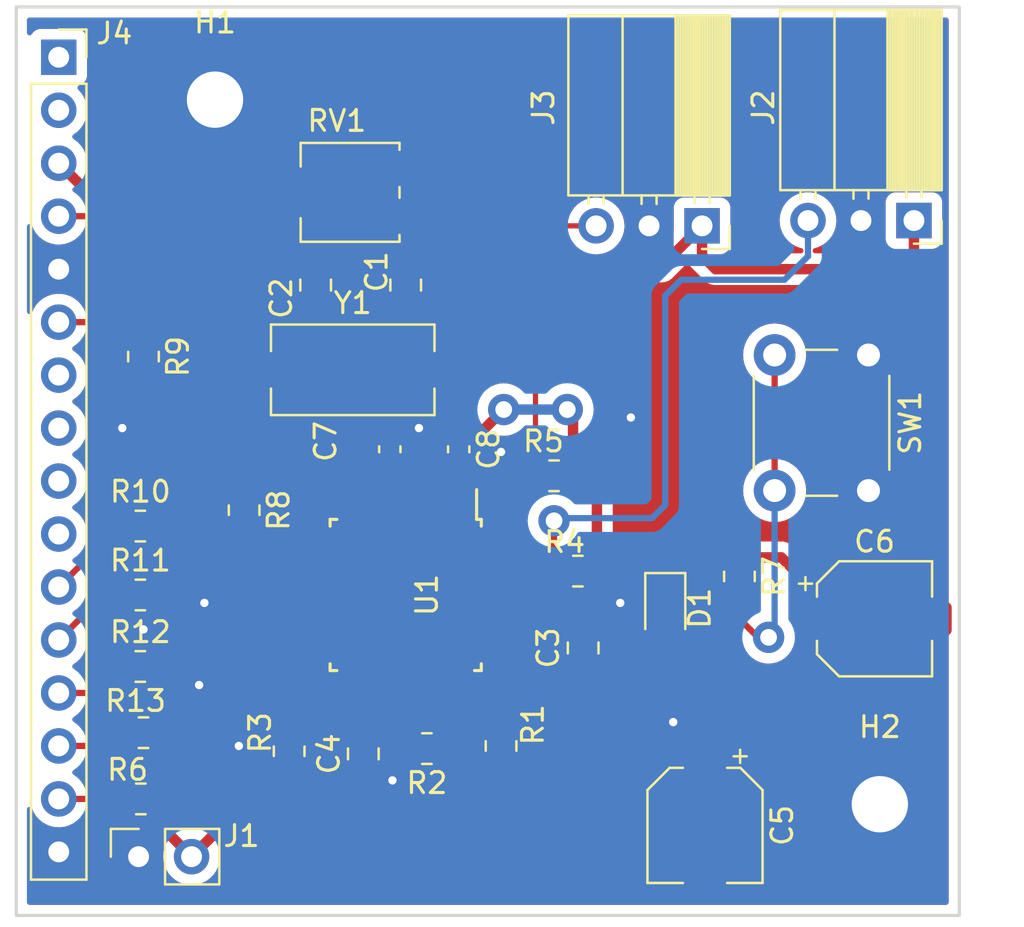
<source format=kicad_pcb>
(kicad_pcb (version 20211014) (generator pcbnew)
  (layers (0 "F.Cu" signal) (31 "B.Cu" signal) (34 "B.Paste" user) (35 "F.Paste" user) (36 "B.SilkS" user "B.Silkscreen") (37 "F.SilkS" user "F.Silkscreen") (38 "B.Mask" user) (39 "F.Mask" user) (44 "Edge.Cuts" user))
  (net 0 "")
  (net 1 "Vss")
  (net 2 "Net-(C1-Pad2)")
  (net 3 "Net-(C2-Pad2)")
  (net 4 "Net-(C4-Pad1)")
  (net 5 "VCC")
  (net 6 "Temp")
  (net 7 "Hall1")
  (net 8 "V0")
  (net 9 "GND")
  (net 10 "RESET")
  (net 15 "Vdd")
  (net 16 "Net-(J4-Pad4)")
  (net 17 "Net-(J4-Pad6)")
  (net 18 "Net-(J4-Pad11)")
  (net 19 "Net-(J4-Pad15)")
  (net 20 "ADC6")
  (net 26 "Net-(J4-Pad12)")
  (net 27 "Net-(J4-Pad13)")
  (net 28 "Net-(J4-Pad14)")
  (net 29 "/PB0")
  (net 30 "/PB1")
  (net 31 "/PB2")
  (net 40 "/PB3")
  (net 42 "/PB4")
  (net 43 "/PB5")
  (footprint "Capacitor_SMD:C_0805_2012Metric" (layer "F.Cu") (at 127.254 37.338 -90)
    (fp_text reference "C1" (at -0.635 1.397 90) (layer "F.SilkS"))
    (fp_text value "22pF")
    (fp_line (start -0.261252 0.735) (end 0.261252 0.735) (layer "F.SilkS") (width 0.12))
    (fp_line (start -0.261252 -0.735) (end 0.261252 -0.735) (layer "F.SilkS") (width 0.12))
    (pad "1" smd roundrect (at -0.95 0 270) (size 1 1.45) (layers "F.Cu" "F.Paste" "F.Mask") (net 9 "GND"))
    (pad "2" smd roundrect (at 0.95 0 270) (size 1 1.45) (layers "F.Cu" "F.Paste" "F.Mask") (net 2 "Net-(C1-Pad2)"))
  )
  (footprint "Resistor_SMD:R_0805_2012Metric" (layer "F.Cu") (at 128.27 59.563 180)
    (fp_text reference "R2" (at 0 -1.65) (layer "F.SilkS"))
    (fp_text value "11k")
    (fp_line (start -0.227064 -0.735) (end 0.227064 -0.735) (layer "F.SilkS") (width 0.12))
    (fp_line (start -0.227064 0.735) (end 0.227064 0.735) (layer "F.SilkS") (width 0.12))
    (pad "1" smd roundrect (at -0.9125 0 180) (size 1.025 1.4) (layers "F.Cu" "F.Paste" "F.Mask") (roundrect_rratio 0.243902439) (net 20 "ADC6"))
    (pad "2" smd roundrect (at 0.9125 0 180) (size 1.025 1.4) (layers "F.Cu" "F.Paste" "F.Mask") (roundrect_rratio 0.243902439) (net 9 "GND"))
  )
  (footprint "Button_Switch_THT:SW_PUSH_6mm" (layer "F.Cu") (at 149.443 40.692 -90)
    (fp_text reference "SW1" (at 3.25 -2 90) (layer "F.SilkS"))
    (fp_text value "SW_Push")
    (fp_line (start -0.25 1.5) (end -0.25 3) (layer "F.SilkS") (width 0.12))
    (fp_line (start 5.5 -1) (end 1 -1) (layer "F.SilkS") (width 0.12))
    (fp_line (start 1 5.5) (end 5.5 5.5) (layer "F.SilkS") (width 0.12))
    (fp_line (start 6.75 3) (end 6.75 1.5) (layer "F.SilkS") (width 0.12))
    (pad "1" thru_hole circle (at 6.5 0) (size 2 2) (drill 1.1) (layers *.Cu *.Mask) (net 9 "GND"))
    (pad "1" thru_hole circle (at 0 0) (size 2 2) (drill 1.1) (layers *.Cu *.Mask) (net 9 "GND"))
    (pad "2" thru_hole circle (at 0 4.5) (size 2 2) (drill 1.1) (layers *.Cu *.Mask) (net 10 "RESET"))
    (pad "2" thru_hole circle (at 6.5 4.5) (size 2 2) (drill 1.1) (layers *.Cu *.Mask) (net 10 "RESET"))
  )
  (footprint "Resistor_SMD:R_0805_2012Metric" (layer "F.Cu") (at 121.666 59.69 90)
    (fp_text reference "R3" (at 0.889 -1.397 90) (layer "F.SilkS"))
    (fp_text value "10k")
    (fp_line (start -0.227064 -0.735) (end 0.227064 -0.735) (layer "F.SilkS") (width 0.12))
    (fp_line (start -0.227064 0.735) (end 0.227064 0.735) (layer "F.SilkS") (width 0.12))
    (pad "1" smd roundrect (at -0.9125 0 90) (size 1.025 1.4) (layers "F.Cu" "F.Paste" "F.Mask") (roundrect_rratio 0.243902439) (net 5 "VCC"))
    (pad "2" smd roundrect (at 0.9125 0 90) (size 1.025 1.4) (layers "F.Cu" "F.Paste" "F.Mask") (roundrect_rratio 0.243902439) (net 4 "Net-(C4-Pad1)"))
  )
  (footprint "MountingHole:MountingHole_2.7mm_M2.5_Pad" (layer "F.Cu") (at 118.11 28.448)
    (fp_text reference "H1" (at 0 -3.7) (layer "F.SilkS"))
    (fp_text value "MountingHole_Pad")
    (pad "1" thru_hole circle (at 0 0) (size 5.4 5.4) (drill 2.7) (layers *.Cu *.Mask) (net 9 "GND"))
  )
  (footprint "Capacitor_SMD:C_0603_1608Metric" (layer "F.Cu") (at 129.794 45.212 -90)
    (fp_text reference "C8" (at 0 -1.43 90) (layer "F.SilkS"))
    (fp_text value "10nF")
    (fp_line (start -0.14058 -0.51) (end 0.14058 -0.51) (layer "F.SilkS") (width 0.12))
    (fp_line (start -0.14058 0.51) (end 0.14058 0.51) (layer "F.SilkS") (width 0.12))
    (pad "1" smd roundrect (at -0.775 0 270) (size 0.9 0.95) (layers "F.Cu" "F.Paste" "F.Mask") (net 5 "VCC"))
    (pad "2" smd roundrect (at 0.775 0 270) (size 0.9 0.95) (layers "F.Cu" "F.Paste" "F.Mask") (net 9 "GND"))
  )
  (footprint "Resistor_SMD:R_0805_2012Metric" (layer "F.Cu") (at 114.681 40.767 -90)
    (fp_text reference "R9" (at 0 -1.65 90) (layer "F.SilkS"))
    (fp_text value "0")
    (fp_line (start -0.227064 0.735) (end 0.227064 0.735) (layer "F.SilkS") (width 0.12))
    (fp_line (start -0.227064 -0.735) (end 0.227064 -0.735) (layer "F.SilkS") (width 0.12))
    (pad "1" smd roundrect (at -0.9125 0 270) (size 1.025 1.4) (layers "F.Cu" "F.Paste" "F.Mask") (roundrect_rratio 0.243902439) (net 17 "Net-(J4-Pad6)"))
    (pad "2" smd roundrect (at 0.9125 0 270) (size 1.025 1.4) (layers "F.Cu" "F.Paste" "F.Mask") (roundrect_rratio 0.243902439) (net 30 "/PB1"))
  )
  (footprint "Resistor_SMD:R_0805_2012Metric" (layer "F.Cu") (at 134.366 46.482 180)
    (fp_text reference "R5" (at 0.508 1.651) (layer "F.SilkS"))
    (fp_text value "10k")
    (fp_line (start -0.227064 -0.735) (end 0.227064 -0.735) (layer "F.SilkS") (width 0.12))
    (fp_line (start -0.227064 0.735) (end 0.227064 0.735) (layer "F.SilkS") (width 0.12))
    (pad "1" smd roundrect (at -0.9125 0 180) (size 1.025 1.4) (layers "F.Cu" "F.Paste" "F.Mask") (roundrect_rratio 0.243902439) (net 5 "VCC"))
    (pad "2" smd roundrect (at 0.9125 0 180) (size 1.025 1.4) (layers "F.Cu" "F.Paste" "F.Mask") (roundrect_rratio 0.243902439) (net 7 "Hall1"))
  )
  (footprint "Capacitor_SMD:C_0805_2012Metric" (layer "F.Cu") (at 135.763 54.737 90)
    (fp_text reference "C3" (at 0 -1.68 90) (layer "F.SilkS"))
    (fp_text value "100nF")
    (fp_line (start -0.261252 -0.735) (end 0.261252 -0.735) (layer "F.SilkS") (width 0.12))
    (fp_line (start -0.261252 0.735) (end 0.261252 0.735) (layer "F.SilkS") (width 0.12))
    (pad "1" smd roundrect (at -0.95 0 90) (size 1 1.45) (layers "F.Cu" "F.Paste" "F.Mask") (net 9 "GND"))
    (pad "2" smd roundrect (at 0.95 0 90) (size 1 1.45) (layers "F.Cu" "F.Paste" "F.Mask") (net 10 "RESET"))
  )
  (footprint "Resistor_SMD:R_0805_2012Metric" (layer "F.Cu") (at 135.509 51.054 180)
    (fp_text reference "R4" (at 0.635 1.397) (layer "F.SilkS"))
    (fp_text value "4.7k")
    (fp_line (start -0.227064 -0.735) (end 0.227064 -0.735) (layer "F.SilkS") (width 0.12))
    (fp_line (start -0.227064 0.735) (end 0.227064 0.735) (layer "F.SilkS") (width 0.12))
    (pad "1" smd roundrect (at -0.9125 0 180) (size 1.025 1.4) (layers "F.Cu" "F.Paste" "F.Mask") (roundrect_rratio 0.243902439) (net 5 "VCC"))
    (pad "2" smd roundrect (at 0.9125 0 180) (size 1.025 1.4) (layers "F.Cu" "F.Paste" "F.Mask") (roundrect_rratio 0.243902439) (net 6 "Temp"))
  )
  (footprint "Resistor_SMD:R_0805_2012Metric" (layer "F.Cu") (at 119.507 48.133 -90)
    (fp_text reference "R8" (at 0 -1.65 90) (layer "F.SilkS"))
    (fp_text value "0")
    (fp_line (start -0.227064 -0.735) (end 0.227064 -0.735) (layer "F.SilkS") (width 0.12))
    (fp_line (start -0.227064 0.735) (end 0.227064 0.735) (layer "F.SilkS") (width 0.12))
    (pad "1" smd roundrect (at -0.9125 0 270) (size 1.025 1.4) (layers "F.Cu" "F.Paste" "F.Mask") (roundrect_rratio 0.243902439) (net 16 "Net-(J4-Pad4)"))
    (pad "2" smd roundrect (at 0.9125 0 270) (size 1.025 1.4) (layers "F.Cu" "F.Paste" "F.Mask") (roundrect_rratio 0.243902439) (net 29 "/PB0"))
  )
  (footprint "Capacitor_SMD:C_0805_2012Metric" (layer "F.Cu") (at 125.222 59.817 -90)
    (fp_text reference "C4" (at 0 1.651 90) (layer "F.SilkS"))
    (fp_text value "100nF")
    (fp_line (start -0.261252 -0.735) (end 0.261252 -0.735) (layer "F.SilkS") (width 0.12))
    (fp_line (start -0.261252 0.735) (end 0.261252 0.735) (layer "F.SilkS") (width 0.12))
    (pad "1" smd roundrect (at -0.95 0 270) (size 1 1.45) (layers "F.Cu" "F.Paste" "F.Mask") (net 4 "Net-(C4-Pad1)"))
    (pad "2" smd roundrect (at 0.95 0 270) (size 1 1.45) (layers "F.Cu" "F.Paste" "F.Mask") (net 9 "GND"))
  )
  (footprint "Connector_PinSocket_2.54mm:PinSocket_1x02_P2.54mm_Vertical" (layer "F.Cu") (at 114.447 64.745 90)
    (fp_text reference "J1" (at 0.991 4.933 180) (layer "F.SilkS"))
    (fp_text value "VBuck")
    (fp_line (start 0 -1.33) (end 1.33 -1.33) (layer "F.SilkS") (width 0.12))
    (fp_line (start -1.33 1.27) (end -1.33 3.87) (layer "F.SilkS") (width 0.12))
    (fp_line (start 1.33 1.27) (end 1.33 3.87) (layer "F.SilkS") (width 0.12))
    (fp_line (start 1.33 -1.33) (end 1.33 0) (layer "F.SilkS") (width 0.12))
    (fp_line (start -1.33 1.27) (end 1.33 1.27) (layer "F.SilkS") (width 0.12))
    (fp_line (start -1.33 3.87) (end 1.33 3.87) (layer "F.SilkS") (width 0.12))
    (pad "1" thru_hole rect (at 0 0 90) (size 1.7 1.7) (drill 1) (layers *.Cu *.Mask) (net 9 "GND"))
    (pad "2" thru_hole oval (at 0 2.54 90) (size 1.7 1.7) (drill 1) (layers *.Cu *.Mask) (net 5 "VCC"))
  )
  (footprint "Resistor_SMD:R_0805_2012Metric" (layer "F.Cu") (at 143.256 51.308 -90)
    (fp_text reference "R7" (at 0 -1.65 90) (layer "F.SilkS"))
    (fp_text value "10k")
    (fp_line (start -0.227064 -0.735) (end 0.227064 -0.735) (layer "F.SilkS") (width 0.12))
    (fp_line (start -0.227064 0.735) (end 0.227064 0.735) (layer "F.SilkS") (width 0.12))
    (pad "1" smd roundrect (at -0.9125 0 270) (size 1.025 1.4) (layers "F.Cu" "F.Paste" "F.Mask") (roundrect_rratio 0.243902439) (net 5 "VCC"))
    (pad "2" smd roundrect (at 0.9125 0 270) (size 1.025 1.4) (layers "F.Cu" "F.Paste" "F.Mask") (roundrect_rratio 0.243902439) (net 10 "RESET"))
  )
  (footprint "Resistor_SMD:R_0805_2012Metric" (layer "F.Cu") (at 114.554 61.976 180)
    (fp_text reference "R6" (at 0.635 1.397) (layer "F.SilkS"))
    (fp_text value "0")
    (fp_line (start -0.227064 0.735) (end 0.227064 0.735) (layer "F.SilkS") (width 0.12))
    (fp_line (start -0.227064 -0.735) (end 0.227064 -0.735) (layer "F.SilkS") (width 0.12))
    (pad "1" smd roundrect (at -0.9125 0 180) (size 1.025 1.4) (layers "F.Cu" "F.Paste" "F.Mask") (roundrect_rratio 0.243902439) (net 5 "VCC"))
    (pad "2" smd roundrect (at 0.9125 0 180) (size 1.025 1.4) (layers "F.Cu" "F.Paste" "F.Mask") (roundrect_rratio 0.243902439) (net 19 "Net-(J4-Pad15)"))
  )
  (footprint "Capacitor_SMD:CP_Elec_5x5.8" (layer "F.Cu") (at 141.605 63.246 -90)
    (fp_text reference "C5" (at 0 -3.7 90) (layer "F.SilkS"))
    (fp_text value "100µF")
    (fp_line (start -3.625 -1.685) (end -3 -1.685) (layer "F.SilkS") (width 0.12))
    (fp_line (start -1.695563 2.76) (end 2.76 2.76) (layer "F.SilkS") (width 0.12))
    (fp_line (start -2.76 -1.695563) (end -2.76 -1.06) (layer "F.SilkS") (width 0.12))
    (fp_line (start -2.76 1.695563) (end -2.76 1.06) (layer "F.SilkS") (width 0.12))
    (fp_line (start 2.76 2.76) (end 2.76 1.06) (layer "F.SilkS") (width 0.12))
    (fp_line (start -1.695563 -2.76) (end 2.76 -2.76) (layer "F.SilkS") (width 0.12))
    (fp_line (start -2.76 -1.695563) (end -1.695563 -2.76) (layer "F.SilkS") (width 0.12))
    (fp_line (start -2.76 1.695563) (end -1.695563 2.76) (layer "F.SilkS") (width 0.12))
    (fp_line (start 2.76 -2.76) (end 2.76 -1.06) (layer "F.SilkS") (width 0.12))
    (fp_line (start -3.3125 -1.9975) (end -3.3125 -1.3725) (layer "F.SilkS") (width 0.12))
    (pad "1" smd roundrect (at -2.2 0 270) (size 3 1.6) (layers "F.Cu" "F.Paste" "F.Mask") (roundrect_rratio 0.15625) (net 5 "VCC"))
    (pad "2" smd roundrect (at 2.2 0 270) (size 3 1.6) (layers "F.Cu" "F.Paste" "F.Mask") (roundrect_rratio 0.15625) (net 9 "GND"))
  )
  (footprint "Resistor_SMD:R_0805_2012Metric" (layer "F.Cu") (at 114.5305 55.626)
    (fp_text reference "R12" (at 0 -1.65) (layer "F.SilkS"))
    (fp_text value "0")
    (fp_line (start -0.227064 0.735) (end 0.227064 0.735) (layer "F.SilkS") (width 0.12))
    (fp_line (start -0.227064 -0.735) (end 0.227064 -0.735) (layer "F.SilkS") (width 0.12))
    (pad "1" smd roundrect (at -0.9125 0) (size 1.025 1.4) (layers "F.Cu" "F.Paste" "F.Mask") (roundrect_rratio 0.243902439) (net 27 "Net-(J4-Pad13)"))
    (pad "2" smd roundrect (at 0.9125 0) (size 1.025 1.4) (layers "F.Cu" "F.Paste" "F.Mask") (roundrect_rratio 0.243902439) (net 42 "/PB4"))
  )
  (footprint "Diode_SMD:D_0805_2012Metric" (layer "F.Cu") (at 139.7 52.832 -90)
    (fp_text reference "D1" (at 0 -1.65 90) (layer "F.SilkS"))
    (fp_text value "D")
    (fp_line (start -1.685 0.96) (end 1 0.96) (layer "F.SilkS") (width 0.12))
    (fp_line (start -1.685 -0.96) (end -1.685 0.96) (layer "F.SilkS") (width 0.12))
    (fp_line (start 1 -0.96) (end -1.685 -0.96) (layer "F.SilkS") (width 0.12))
    (pad "1" smd roundrect (at -0.9375 0 270) (size 0.975 1.4) (layers "F.Cu" "F.Paste" "F.Mask") (net 5 "VCC"))
    (pad "2" smd roundrect (at 0.9375 0 270) (size 0.975 1.4) (layers "F.Cu" "F.Paste" "F.Mask") (net 10 "RESET"))
  )
  (footprint "Crystal:Crystal_SMD_ECS_CSM3X-2Pin_7.6x4.1mm" (layer "F.Cu") (at 124.714 41.402)
    (fp_text reference "Y1" (at 0 -3.2) (layer "F.SilkS"))
    (fp_text value "16MHz")
    (fp_line (start -3.92 -2.17) (end -3.92 -0.9) (layer "F.SilkS") (width 0.12))
    (fp_line (start -3.92 2.17) (end 3.92 2.17) (layer "F.SilkS") (width 0.12))
    (fp_line (start 3.92 -2.17) (end 3.92 -0.9) (layer "F.SilkS") (width 0.12))
    (fp_line (start -3.92 -2.17) (end 3.92 -2.17) (layer "F.SilkS") (width 0.12))
    (fp_line (start 3.92 2.17) (end 3.92 0.9) (layer "F.SilkS") (width 0.12))
    (fp_line (start -3.92 2.17) (end -3.92 0.9) (layer "F.SilkS") (width 0.12))
    (pad "1" smd rect (at -2.75 0) (size 3.5 1.2) (layers "F.Cu" "F.Paste" "F.Mask") (net 3 "Net-(C2-Pad2)"))
    (pad "2" smd rect (at 2.75 0) (size 3.5 1.2) (layers "F.Cu" "F.Paste" "F.Mask") (net 2 "Net-(C1-Pad2)"))
  )
  (footprint "Resistor_SMD:R_0805_2012Metric" (layer "F.Cu") (at 131.826 59.436 90)
    (fp_text reference "R1" (at 1.016 1.524 90) (layer "F.SilkS"))
    (fp_text value "99k")
    (fp_line (start -0.227064 0.735) (end 0.227064 0.735) (layer "F.SilkS") (width 0.12))
    (fp_line (start -0.227064 -0.735) (end 0.227064 -0.735) (layer "F.SilkS") (width 0.12))
    (pad "1" smd roundrect (at -0.9125 0 90) (size 1.025 1.4) (layers "F.Cu" "F.Paste" "F.Mask") (roundrect_rratio 0.243902439) (net 5 "VCC"))
    (pad "2" smd roundrect (at 0.9125 0 90) (size 1.025 1.4) (layers "F.Cu" "F.Paste" "F.Mask") (roundrect_rratio 0.243902439) (net 20 "ADC6"))
  )
  (footprint "Resistor_SMD:R_0805_2012Metric" (layer "F.Cu") (at 114.681 58.801 180)
    (fp_text reference "R13" (at 0.381 1.524) (layer "F.SilkS"))
    (fp_text value "0")
    (fp_line (start -0.227064 -0.735) (end 0.227064 -0.735) (layer "F.SilkS") (width 0.12))
    (fp_line (start -0.227064 0.735) (end 0.227064 0.735) (layer "F.SilkS") (width 0.12))
    (pad "1" smd roundrect (at -0.9125 0 180) (size 1.025 1.4) (layers "F.Cu" "F.Paste" "F.Mask") (roundrect_rratio 0.243902439) (net 43 "/PB5"))
    (pad "2" smd roundrect (at 0.9125 0 180) (size 1.025 1.4) (layers "F.Cu" "F.Paste" "F.Mask") (roundrect_rratio 0.243902439) (net 28 "Net-(J4-Pad14)"))
  )
  (footprint "Potentiometer_SMD:Potentiometer_Bourns_3314G_Vertical" (layer "F.Cu") (at 124.587 32.893 -90)
    (fp_text reference "RV1" (at -3.429 0.635 180) (layer "F.SilkS"))
    (fp_text value "Poti")
    (fp_line (start -2.37 -2.37) (end -2.039 -2.37) (layer "F.SilkS") (width 0.12))
    (fp_line (start 1.24 2.37) (end 2.37 2.37) (layer "F.SilkS") (width 0.12))
    (fp_line (start 2.04 -2.37) (end 2.37 -2.37) (layer "F.SilkS") (width 0.12))
    (fp_line (start 2.37 -2.37) (end 2.37 2.37) (layer "F.SilkS") (width 0.12))
    (fp_line (start -0.259 -2.37) (end 0.26 -2.37) (layer "F.SilkS") (width 0.12))
    (fp_line (start -2.37 2.37) (end -1.24 2.37) (layer "F.SilkS") (width 0.12))
    (fp_line (start -2.37 -2.37) (end -2.37 2.37) (layer "F.SilkS") (width 0.12))
    (pad "1" smd rect (at 1.15 -2.75 270) (size 1.3 1.3) (layers "F.Cu" "F.Paste" "F.Mask") (net 9 "GND"))
    (pad "2" smd rect (at 0 2.75 270) (size 2 1.3) (layers "F.Cu" "F.Paste" "F.Mask") (net 8 "V0"))
    (pad "3" smd rect (at -1.15 -2.75 270) (size 1.3 1.3) (layers "F.Cu" "F.Paste" "F.Mask") (net 5 "VCC"))
  )
  (footprint "Connector_PinSocket_2.54mm:PinSocket_1x03_P2.54mm_Horizontal" (layer "F.Cu") (at 151.623 34.245 -90)
    (fp_text reference "J2" (at -5.416 7.224 90) (layer "F.SilkS"))
    (fp_text value "Temp")
    (fp_line (start -1.46 2.9) (end -1.05 2.9) (layer "F.SilkS") (width 0.12))
    (fp_line (start -10.09 -0.73762) (end -1.46 -0.73762) (layer "F.SilkS") (width 0.12))
    (fp_line (start -10.09 1.1519) (end -1.46 1.1519) (layer "F.SilkS") (width 0.12))
    (fp_line (start -10.09 0.20714) (end -1.46 0.20714) (layer "F.SilkS") (width 0.12))
    (fp_line (start -10.09 -0.147145) (end -1.46 -0.147145) (layer "F.SilkS") (width 0.12))
    (fp_line (start -10.09 -0.619525) (end -1.46 -0.619525) (layer "F.SilkS") (width 0.12))
    (fp_line (start -1.46 2.18) (end -1.05 2.18) (layer "F.SilkS") (width 0.12))
    (fp_line (start -10.09 0.325235) (end -1.46 0.325235) (layer "F.SilkS") (width 0.12))
    (fp_line (start -10.09 0.089045) (end -1.46 0.089045) (layer "F.SilkS") (width 0.12))
    (fp_line (start -10.09 -0.97381) (end -1.46 -0.97381) (layer "F.SilkS") (width 0.12))
    (fp_line (start -10.09 1.27) (end -1.46 1.27) (layer "F.SilkS") (width 0.12))
    (fp_line (start -10.09 -0.26524) (end -1.46 -0.26524) (layer "F.SilkS") (width 0.12))
    (fp_line (start -10.09 -1.21) (end -1.46 -1.21) (layer "F.SilkS") (width 0.12))
    (fp_line (start -10.09 -1.33) (end -10.09 6.41) (layer "F.SilkS") (width 0.12))
    (fp_line (start -10.09 0.91571) (end -1.46 0.91571) (layer "F.SilkS") (width 0.12))
    (fp_line (start -10.09 -1.091905) (end -1.46 -1.091905) (layer "F.SilkS") (width 0.12))
    (fp_line (start -10.09 6.41) (end -1.46 6.41) (layer "F.SilkS") (width 0.12))
    (fp_line (start -10.09 0.797615) (end -1.46 0.797615) (layer "F.SilkS") (width 0.12))
    (fp_line (start -10.09 0.561425) (end -1.46 0.561425) (layer "F.SilkS") (width 0.12))
    (fp_line (start -10.09 3.81) (end -1.46 3.81) (layer "F.SilkS") (width 0.12))
    (fp_line (start -1.46 5.44) (end -1.05 5.44) (layer "F.SilkS") (width 0.12))
    (fp_line (start -1.46 -0.36) (end -1.11 -0.36) (layer "F.SilkS") (width 0.12))
    (fp_line (start -1.46 0.36) (end -1.11 0.36) (layer "F.SilkS") (width 0.12))
    (fp_line (start -10.09 -1.33) (end -1.46 -1.33) (layer "F.SilkS") (width 0.12))
    (fp_line (start -10.09 1.033805) (end -1.46 1.033805) (layer "F.SilkS") (width 0.12))
    (fp_line (start -1.46 -1.33) (end -1.46 6.41) (layer "F.SilkS") (width 0.12))
    (fp_line (start -1.46 4.72) (end -1.05 4.72) (layer "F.SilkS") (width 0.12))
    (fp_line (start -10.09 -0.02905) (end -1.46 -0.02905) (layer "F.SilkS") (width 0.12))
    (fp_line (start 1.11 -1.33) (end 1.11 0) (layer "F.SilkS") (width 0.12))
    (fp_line (start -10.09 0.67952) (end -1.46 0.67952) (layer "F.SilkS") (width 0.12))
    (fp_line (start -10.09 -0.50143) (end -1.46 -0.50143) (layer "F.SilkS") (width 0.12))
    (fp_line (start -10.09 -0.855715) (end -1.46 -0.855715) (layer "F.SilkS") (width 0.12))
    (fp_line (start 0 -1.33) (end 1.11 -1.33) (layer "F.SilkS") (width 0.12))
    (fp_line (start -10.09 -0.383335) (end -1.46 -0.383335) (layer "F.SilkS") (width 0.12))
    (fp_line (start -10.09 0.44333) (end -1.46 0.44333) (layer "F.SilkS") (width 0.12))
    (pad "1" thru_hole rect (at 0 0 270) (size 1.7 1.7) (drill 1) (layers *.Cu *.Mask) (net 5 "VCC"))
    (pad "2" thru_hole oval (at 0 2.54 270) (size 1.7 1.7) (drill 1) (layers *.Cu *.Mask) (net 9 "GND"))
    (pad "3" thru_hole oval (at 0 5.08 270) (size 1.7 1.7) (drill 1) (layers *.Cu *.Mask) (net 6 "Temp"))
  )
  (footprint "Capacitor_SMD:C_0805_2012Metric" (layer "F.Cu") (at 122.936 37.338 -90)
    (fp_text reference "C2" (at 0.635 1.651 90) (layer "F.SilkS"))
    (fp_text value "22pF")
    (fp_line (start -0.261252 -0.735) (end 0.261252 -0.735) (layer "F.SilkS") (width 0.12))
    (fp_line (start -0.261252 0.735) (end 0.261252 0.735) (layer "F.SilkS") (width 0.12))
    (pad "1" smd roundrect (at -0.95 0 270) (size 1 1.45) (layers "F.Cu" "F.Paste" "F.Mask") (net 9 "GND"))
    (pad "2" smd roundrect (at 0.95 0 270) (size 1 1.45) (layers "F.Cu" "F.Paste" "F.Mask") (net 3 "Net-(C2-Pad2)"))
  )
  (footprint "Resistor_SMD:R_0805_2012Metric" (layer "F.Cu") (at 114.5305 52.197)
    (fp_text reference "R11" (at 0 -1.65) (layer "F.SilkS"))
    (fp_text value "0")
    (fp_line (start -0.227064 -0.735) (end 0.227064 -0.735) (layer "F.SilkS") (width 0.12))
    (fp_line (start -0.227064 0.735) (end 0.227064 0.735) (layer "F.SilkS") (width 0.12))
    (pad "1" smd roundrect (at -0.9125 0) (size 1.025 1.4) (layers "F.Cu" "F.Paste" "F.Mask") (roundrect_rratio 0.243902439) (net 26 "Net-(J4-Pad12)"))
    (pad "2" smd roundrect (at 0.9125 0) (size 1.025 1.4) (layers "F.Cu" "F.Paste" "F.Mask") (roundrect_rratio 0.243902439) (net 40 "/PB3"))
  )
  (footprint "Capacitor_SMD:CP_Elec_5x5.8" (layer "F.Cu") (at 149.733 53.34)
    (fp_text reference "C6" (at 0 -3.7) (layer "F.SilkS"))
    (fp_text value "100µF")
    (fp_line (start -2.76 1.695563) (end -1.695563 2.76) (layer "F.SilkS") (width 0.12))
    (fp_line (start -2.76 -1.695563) (end -2.76 -1.06) (layer "F.SilkS") (width 0.12))
    (fp_line (start -1.695563 -2.76) (end 2.76 -2.76) (layer "F.SilkS") (width 0.12))
    (fp_line (start -2.76 1.695563) (end -2.76 1.06) (layer "F.SilkS") (width 0.12))
    (fp_line (start -3.625 -1.685) (end -3 -1.685) (layer "F.SilkS") (width 0.12))
    (fp_line (start -1.695563 2.76) (end 2.76 2.76) (layer "F.SilkS") (width 0.12))
    (fp_line (start 2.76 -2.76) (end 2.76 -1.06) (layer "F.SilkS") (width 0.12))
    (fp_line (start -2.76 -1.695563) (end -1.695563 -2.76) (layer "F.SilkS") (width 0.12))
    (fp_line (start 2.76 2.76) (end 2.76 1.06) (layer "F.SilkS") (width 0.12))
    (fp_line (start -3.3125 -1.9975) (end -3.3125 -1.3725) (layer "F.SilkS") (width 0.12))
    (pad "1" smd roundrect (at -2.2 0) (size 3 1.6) (layers "F.Cu" "F.Paste" "F.Mask") (roundrect_rratio 0.15625) (net 5 "VCC"))
    (pad "2" smd roundrect (at 2.2 0) (size 3 1.6) (layers "F.Cu" "F.Paste" "F.Mask") (roundrect_rratio 0.15625) (net 9 "GND"))
  )
  (footprint "MountingHole:MountingHole_2.7mm_M2.5_Pad" (layer "F.Cu") (at 149.987 62.23)
    (fp_text reference "H2" (at 0 -3.7) (layer "F.SilkS"))
    (fp_text value "MountingHole_Pad")
    (pad "1" thru_hole circle (at 0 0) (size 5.4 5.4) (drill 2.7) (layers *.Cu *.Mask) (net 9 "GND"))
  )
  (footprint "Connector_PinSocket_2.54mm:PinSocket_1x16_P2.54mm_Vertical" (layer "F.Cu") (at 110.617 26.416)
    (fp_text reference "J4" (at 2.667 -1.143) (layer "F.SilkS"))
    (fp_text value "Display")
    (fp_line (start -1.33 39.43) (end 1.33 39.43) (layer "F.SilkS") (width 0.12))
    (fp_line (start -1.33 1.27) (end -1.33 39.43) (layer "F.SilkS") (width 0.12))
    (fp_line (start -1.33 1.27) (end 1.33 1.27) (layer "F.SilkS") (width 0.12))
    (fp_line (start 1.33 -1.33) (end 1.33 0) (layer "F.SilkS") (width 0.12))
    (fp_line (start 0 -1.33) (end 1.33 -1.33) (layer "F.SilkS") (width 0.12))
    (fp_line (start 1.33 1.27) (end 1.33 39.43) (layer "F.SilkS") (width 0.12))
    (pad "1" thru_hole rect (at 0 0) (size 1.7 1.7) (drill 1) (layers *.Cu *.Mask) (net 1 "Vss"))
    (pad "2" thru_hole oval (at 0 2.54) (size 1.7 1.7) (drill 1) (layers *.Cu *.Mask) (net 15 "Vdd"))
    (pad "3" thru_hole oval (at 0 5.08) (size 1.7 1.7) (drill 1) (layers *.Cu *.Mask) (net 8 "V0"))
    (pad "4" thru_hole oval (at 0 7.62) (size 1.7 1.7) (drill 1) (layers *.Cu *.Mask) (net 16 "Net-(J4-Pad4)"))
    (pad "5" thru_hole oval (at 0 10.16) (size 1.7 1.7) (drill 1) (layers *.Cu *.Mask) (net 9 "GND"))
    (pad "6" thru_hole oval (at 0 12.7) (size 1.7 1.7) (drill 1) (layers *.Cu *.Mask) (net 17 "Net-(J4-Pad6)"))
    (pad "7" thru_hole oval (at 0 15.24) (size 1.7 1.7) (drill 1) (layers *.Cu *.Mask))
    (pad "8" thru_hole oval (at 0 17.78) (size 1.7 1.7) (drill 1) (layers *.Cu *.Mask))
    (pad "9" thru_hole oval (at 0 20.32) (size 1.7 1.7) (drill 1) (layers *.Cu *.Mask))
    (pad "10" thru_hole oval (at 0 22.86) (size 1.7 1.7) (drill 1) (layers *.Cu *.Mask))
    (pad "11" thru_hole oval (at 0 25.4) (size 1.7 1.7) (drill 1) (layers *.Cu *.Mask) (net 18 "Net-(J4-Pad11)"))
    (pad "12" thru_hole oval (at 0 27.94) (size 1.7 1.7) (drill 1) (layers *.Cu *.Mask) (net 26 "Net-(J4-Pad12)"))
    (pad "13" thru_hole oval (at 0 30.48) (size 1.7 1.7) (drill 1) (layers *.Cu *.Mask) (net 27 "Net-(J4-Pad13)"))
    (pad "14" thru_hole oval (at 0 33.02) (size 1.7 1.7) (drill 1) (layers *.Cu *.Mask) (net 28 "Net-(J4-Pad14)"))
    (pad "15" thru_hole oval (at 0 35.56) (size 1.7 1.7) (drill 1) (layers *.Cu *.Mask) (net 19 "Net-(J4-Pad15)"))
    (pad "16" thru_hole oval (at 0 38.1) (size 1.7 1.7) (drill 1) (layers *.Cu *.Mask) (net 9 "GND"))
  )
  (footprint "Capacitor_SMD:C_0603_1608Metric" (layer "F.Cu") (at 126.492 45.212 90)
    (fp_text reference "C7" (at 0.381 -3.081 90) (layer "F.SilkS"))
    (fp_text value "10nF")
    (fp_line (start -0.14058 0.51) (end 0.14058 0.51) (layer "F.SilkS") (width 0.12))
    (fp_line (start -0.14058 -0.51) (end 0.14058 -0.51) (layer "F.SilkS") (width 0.12))
    (pad "1" smd roundrect (at -0.775 0 90) (size 0.9 0.95) (layers "F.Cu" "F.Paste" "F.Mask") (net 5 "VCC"))
    (pad "2" smd roundrect (at 0.775 0 90) (size 0.9 0.95) (layers "F.Cu" "F.Paste" "F.Mask") (net 9 "GND"))
  )
  (footprint "Package_QFP:TQFP-32_7x7mm_P0.8mm" (layer "F.Cu") (at 127.254 52.197 -90)
    (fp_text reference "U1" (at 0 -1.016 90) (layer "F.SilkS"))
    (fp_text value "ATmega8-16A")
    (fp_line (start -3.625 3.625) (end -3.3 3.625) (layer "F.SilkS") (width 0.15))
    (fp_line (start -3.625 3.625) (end -3.625 3.3) (layer "F.SilkS") (width 0.15))
    (fp_line (start 3.625 -3.625) (end 3.3 -3.625) (layer "F.SilkS") (width 0.15))
    (fp_line (start 3.625 3.625) (end 3.625 3.3) (layer "F.SilkS") (width 0.15))
    (fp_line (start 3.625 3.625) (end 3.3 3.625) (layer "F.SilkS") (width 0.15))
    (fp_line (start -3.625 -3.4) (end -5.05 -3.4) (layer "F.SilkS") (width 0.15))
    (fp_line (start 3.625 -3.625) (end 3.625 -3.3) (layer "F.SilkS") (width 0.15))
    (fp_line (start -3.625 -3.625) (end -3.625 -3.4) (layer "F.SilkS") (width 0.15))
    (fp_line (start -3.625 -3.625) (end -3.3 -3.625) (layer "F.SilkS") (width 0.15))
    (pad "1" smd rect (at -4.25 -2.8 270) (size 1.6 0.55) (layers "F.Cu" "F.Paste" "F.Mask"))
    (pad "2" smd rect (at -4.25 -2 270) (size 1.6 0.55) (layers "F.Cu" "F.Paste" "F.Mask"))
    (pad "3" smd rect (at -4.25 -1.2 270) (size 1.6 0.55) (layers "F.Cu" "F.Paste" "F.Mask") (net 9 "GND"))
    (pad "4" smd rect (at -4.25 -0.4 270) (size 1.6 0.55) (layers "F.Cu" "F.Paste" "F.Mask") (net 5 "VCC"))
    (pad "5" smd rect (at -4.25 0.4 270) (size 1.6 0.55) (layers "F.Cu" "F.Paste" "F.Mask") (net 9 "GND"))
    (pad "6" smd rect (at -4.25 1.2 270) (size 1.6 0.55) (layers "F.Cu" "F.Paste" "F.Mask") (net 5 "VCC"))
    (pad "7" smd rect (at -4.25 2 270) (size 1.6 0.55) (layers "F.Cu" "F.Paste" "F.Mask") (net 2 "Net-(C1-Pad2)"))
    (pad "8" smd rect (at -4.25 2.8 270) (size 1.6 0.55) (layers "F.Cu" "F.Paste" "F.Mask") (net 3 "Net-(C2-Pad2)"))
    (pad "9" smd rect (at -2.8 4.25) (size 1.6 0.55) (layers "F.Cu" "F.Paste" "F.Mask"))
    (pad "10" smd rect (at -2 4.25) (size 1.6 0.55) (layers "F.Cu" "F.Paste" "F.Mask"))
    (pad "11" smd rect (at -1.2 4.25) (size 1.6 0.55) (layers "F.Cu" "F.Paste" "F.Mask"))
    (pad "12" smd rect (at -0.4 4.25) (size 1.6 0.55) (layers "F.Cu" "F.Paste" "F.Mask") (net 29 "/PB0"))
    (pad "13" smd rect (at 0.4 4.25) (size 1.6 0.55) (layers "F.Cu" "F.Paste" "F.Mask") (net 30 "/PB1"))
    (pad "14" smd rect (at 1.2 4.25) (size 1.6 0.55) (layers "F.Cu" "F.Paste" "F.Mask") (net 31 "/PB2"))
    (pad "15" smd rect (at 2 4.25) (size 1.6 0.55) (layers "F.Cu" "F.Paste" "F.Mask") (net 40 "/PB3"))
    (pad "16" smd rect (at 2.8 4.25) (size 1.6 0.55) (layers "F.Cu" "F.Paste" "F.Mask") (net 42 "/PB4"))
    (pad "17" smd rect (at 4.25 2.8 270) (size 1.6 0.55) (layers "F.Cu" "F.Paste" "F.Mask") (net 43 "/PB5"))
    (pad "18" smd rect (at 4.25 2 270) (size 1.6 0.55) (layers "F.Cu" "F.Paste" "F.Mask") (net 4 "Net-(C4-Pad1)"))
    (pad "19" smd rect (at 4.25 1.2 270) (size 1.6 0.55) (layers "F.Cu" "F.Paste" "F.Mask"))
    (pad "20" smd rect (at 4.25 0.4 270) (size 1.6 0.55) (layers "F.Cu" "F.Paste" "F.Mask"))
    (pad "21" smd rect (at 4.25 -0.4 270) (size 1.6 0.55) (layers "F.Cu" "F.Paste" "F.Mask") (net 9 "GND"))
    (pad "22" smd rect (at 4.25 -1.2 270) (size 1.6 0.55) (layers "F.Cu" "F.Paste" "F.Mask"))
    (pad "23" smd rect (at 4.25 -2 270) (size 1.6 0.55) (layers "F.Cu" "F.Paste" "F.Mask") (net 20 "ADC6"))
    (pad "24" smd rect (at 4.25 -2.8 270) (size 1.6 0.55) (layers "F.Cu" "F.Paste" "F.Mask"))
    (pad "25" smd rect (at 2.8 -4.25) (size 1.6 0.55) (layers "F.Cu" "F.Paste" "F.Mask"))
    (pad "26" smd rect (at 2 -4.25) (size 1.6 0.55) (layers "F.Cu" "F.Paste" "F.Mask"))
    (pad "27" smd rect (at 1.2 -4.25) (size 1.6 0.55) (layers "F.Cu" "F.Paste" "F.Mask"))
    (pad "28" smd rect (at 0.4 -4.25) (size 1.6 0.55) (layers "F.Cu" "F.Paste" "F.Mask"))
    (pad "29" smd rect (at -0.4 -4.25) (size 1.6 0.55) (layers "F.Cu" "F.Paste" "F.Mask") (net 10 "RESET"))
    (pad "30" smd rect (at -1.2 -4.25) (size 1.6 0.55) (layers "F.Cu" "F.Paste" "F.Mask") (net 6 "Temp"))
    (pad "31" smd rect (at -2 -4.25) (size 1.6 0.55) (layers "F.Cu" "F.Paste" "F.Mask"))
    (pad "32" smd rect (at -2.8 -4.25) (size 1.6 0.55) (layers "F.Cu" "F.Paste" "F.Mask") (net 7 "Hall1"))
  )
  (footprint "Resistor_SMD:R_0805_2012Metric" (layer "F.Cu") (at 114.5305 48.895)
    (fp_text reference "R10" (at 0 -1.65) (layer "F.SilkS"))
    (fp_text value "0")
    (fp_line (start -0.227064 0.735) (end 0.227064 0.735) (layer "F.SilkS") (width 0.12))
    (fp_line (start -0.227064 -0.735) (end 0.227064 -0.735) (layer "F.SilkS") (width 0.12))
    (pad "1" smd roundrect (at -0.9125 0) (size 1.025 1.4) (layers "F.Cu" "F.Paste" "F.Mask") (roundrect_rratio 0.243902439) (net 18 "Net-(J4-Pad11)"))
    (pad "2" smd roundrect (at 0.9125 0) (size 1.025 1.4) (layers "F.Cu" "F.Paste" "F.Mask") (roundrect_rratio 0.243902439) (net 31 "/PB2"))
  )
  (footprint "Connector_PinSocket_2.54mm:PinSocket_1x03_P2.54mm_Horizontal" (layer "F.Cu") (at 141.463 34.499 -90)
    (fp_text reference "J3" (at -5.67 7.605 90) (layer "F.SilkS"))
    (fp_text value "Hall")
    (fp_line (start -1.46 -0.36) (end -1.11 -0.36) (layer "F.SilkS") (width 0.12))
    (fp_line (start 1.11 -1.33) (end 1.11 0) (layer "F.SilkS") (width 0.12))
    (fp_line (start -10.09 3.81) (end -1.46 3.81) (layer "F.SilkS") (width 0.12))
    (fp_line (start -10.09 0.325235) (end -1.46 0.325235) (layer "F.SilkS") (width 0.12))
    (fp_line (start -1.46 2.9) (end -1.05 2.9) (layer "F.SilkS") (width 0.12))
    (fp_line (start -10.09 -0.73762) (end -1.46 -0.73762) (layer "F.SilkS") (width 0.12))
    (fp_line (start -10.09 1.033805) (end -1.46 1.033805) (layer "F.SilkS") (width 0.12))
    (fp_line (start -10.09 0.797615) (end -1.46 0.797615) (layer "F.SilkS") (width 0.12))
    (fp_line (start 0 -1.33) (end 1.11 -1.33) (layer "F.SilkS") (width 0.12))
    (fp_line (start -1.46 4.72) (end -1.05 4.72) (layer "F.SilkS") (width 0.12))
    (fp_line (start -10.09 -0.855715) (end -1.46 -0.855715) (layer "F.SilkS") (width 0.12))
    (fp_line (start -10.09 0.20714) (end -1.46 0.20714) (layer "F.SilkS") (width 0.12))
    (fp_line (start -10.09 0.44333) (end -1.46 0.44333) (layer "F.SilkS") (width 0.12))
    (fp_line (start -10.09 1.1519) (end -1.46 1.1519) (layer "F.SilkS") (width 0.12))
    (fp_line (start -10.09 6.41) (end -1.46 6.41) (layer "F.SilkS") (width 0.12))
    (fp_line (start -10.09 0.67952) (end -1.46 0.67952) (layer "F.SilkS") (width 0.12))
    (fp_line (start -10.09 -0.383335) (end -1.46 -0.383335) (layer "F.SilkS") (width 0.12))
    (fp_line (start -10.09 -0.02905) (end -1.46 -0.02905) (layer "F.SilkS") (width 0.12))
    (fp_line (start -10.09 -1.091905) (end -1.46 -1.091905) (layer "F.SilkS") (width 0.12))
    (fp_line (start -10.09 -1.33) (end -10.09 6.41) (layer "F.SilkS") (width 0.12))
    (fp_line (start -1.46 5.44) (end -1.05 5.44) (layer "F.SilkS") (width 0.12))
    (fp_line (start -10.09 -0.50143) (end -1.46 -0.50143) (layer "F.SilkS") (width 0.12))
    (fp_line (start -10.09 -0.26524) (end -1.46 -0.26524) (layer "F.SilkS") (width 0.12))
    (fp_line (start -10.09 -0.147145) (end -1.46 -0.147145) (layer "F.SilkS") (width 0.12))
    (fp_line (start -10.09 -1.21) (end -1.46 -1.21) (layer "F.SilkS") (width 0.12))
    (fp_line (start -10.09 -1.33) (end -1.46 -1.33) (layer "F.SilkS") (width 0.12))
    (fp_line (start -10.09 0.91571) (end -1.46 0.91571) (layer "F.SilkS") (width 0.12))
    (fp_line (start -10.09 0.089045) (end -1.46 0.089045) (layer "F.SilkS") (width 0.12))
    (fp_line (start -1.46 2.18) (end -1.05 2.18) (layer "F.SilkS") (width 0.12))
    (fp_line (start -10.09 -0.619525) (end -1.46 -0.619525) (layer "F.SilkS") (width 0.12))
    (fp_line (start -10.09 -0.97381) (end -1.46 -0.97381) (layer "F.SilkS") (width 0.12))
    (fp_line (start -10.09 1.27) (end -1.46 1.27) (layer "F.SilkS") (width 0.12))
    (fp_line (start -1.46 -1.33) (end -1.46 6.41) (layer "F.SilkS") (width 0.12))
    (fp_line (start -10.09 0.561425) (end -1.46 0.561425) (layer "F.SilkS") (width 0.12))
    (fp_line (start -1.46 0.36) (end -1.11 0.36) (layer "F.SilkS") (width 0.12))
    (pad "1" thru_hole rect (at 0 0 270) (size 1.7 1.7) (drill 1) (layers *.Cu *.Mask) (net 5 "VCC"))
    (pad "2" thru_hole oval (at 0 2.54 270) (size 1.7 1.7) (drill 1) (layers *.Cu *.Mask) (net 9 "GND"))
    (pad "3" thru_hole oval (at 0 5.08 270) (size 1.7 1.7) (drill 1) (layers *.Cu *.Mask) (net 7 "Hall1"))
  )
  (gr_rect (start 108.585 24.003) (end 153.797 67.564) (layer "Edge.Cuts") (width 0.15) (fill none))
  (segment (start 127.254 38.288) (end 127.464 38.498) (width 0.3) (layer "F.Cu") (net 2))
  (segment (start 125.254 47.947) (end 125.254 43.612) (width 0.3) (layer "F.Cu") (net 2))
  (segment (start 127.464 38.498) (end 127.464 41.402) (width 0.3) (layer "F.Cu") (net 2))
  (segment (start 125.254 43.612) (end 127.464 41.402) (width 0.3) (layer "F.Cu") (net 2))
  (segment (start 122.936 38.288) (end 121.964 39.26) (width 0.3) (layer "F.Cu") (net 3))
  (segment (start 121.964 39.26) (end 121.964 41.402) (width 0.3) (layer "F.Cu") (net 3))
  (segment (start 124.454 43.892) (end 121.964 41.402) (width 0.3) (layer "F.Cu") (net 3))
  (segment (start 124.454 47.947) (end 124.454 43.892) (width 0.3) (layer "F.Cu") (net 3))
  (segment (start 125.254 58.835) (end 125.222 58.867) (width 0.3) (layer "F.Cu") (net 4))
  (segment (start 125.1325 58.7775) (end 125.222 58.867) (width 0.3) (layer "F.Cu") (net 4))
  (segment (start 121.666 58.7775) (end 125.1325 58.7775) (width 0.3) (layer "F.Cu") (net 4))
  (segment (start 125.254 56.447) (end 125.254 58.835) (width 0.3) (layer "F.Cu") (net 4))
  (segment (start 135.2785 43.5845) (end 135.001 43.307) (width 0.5) (layer "F.Cu") (net 5))
  (segment (start 126.054 46.425) (end 126.492 45.987) (width 0.5) (layer "F.Cu") (net 5))
  (segment (start 136.525 45.2355) (end 136.525 37.592) (width 0.5) (layer "F.Cu") (net 5))
  (segment (start 151.623 35.702) (end 150.749 36.576) (width 0.5) (layer "F.Cu") (net 5))
  (segment (start 129.299 44.437) (end 127.381 46.355) (width 0.5) (layer "F.Cu") (net 5))
  (segment (start 135.2785 46.482) (end 135.2785 43.5845) (width 0.5) (layer "F.Cu") (net 5))
  (segment (start 136.525 37.592) (end 137.668 36.449) (width 0.5) (layer "F.Cu") (net 5))
  (segment (start 143.678 61.046) (end 147.533 57.191) (width 0.5) (layer "F.Cu") (net 5))
  (segment (start 136.4215 51.054) (end 138.8595 51.054) (width 0.5) (layer "F.Cu") (net 5))
  (segment (start 143.256 50.3955) (end 141.199 50.3955) (width 0.5) (layer "F.Cu") (net 5))
  (segment (start 130.175 44.056) (end 129.794 44.437) (width 0.5) (layer "F.Cu") (net 5))
  (segment (start 130.175 32.131) (end 130.175 44.056) (width 0.5) (layer "F.Cu") (net 5))
  (segment (start 142.113 36.576) (end 141.463 35.926) (width 0.5) (layer "F.Cu") (net 5))
  (segment (start 127.654 47.947) (end 127.654 46.628) (width 0.5) (layer "F.Cu") (net 5))
  (segment (start 131.953 43.307) (end 130.823 44.437) (width 0.5) (layer "F.Cu") (net 5))
  (segment (start 141.199 50.3955) (end 139.7 51.8945) (width 0.5) (layer "F.Cu") (net 5))
  (segment (start 121.1295 60.6025) (end 121.666 60.6025) (width 0.5) (layer "F.Cu") (net 5))
  (segment (start 137.668 36.449) (end 139.513 36.449) (width 0.5) (layer "F.Cu") (net 5))
  (segment (start 130.823 44.437) (end 129.794 44.437) (width 0.5) (layer "F.Cu") (net 5))
  (segment (start 136.4215 47.625) (end 136.4215 51.054) (width 0.5) (layer "F.Cu") (net 5))
  (segment (start 116.987 64.745) (end 121.1295 60.6025) (width 0.5) (layer "F.Cu") (net 5))
  (segment (start 131.953 62.484) (end 140.167 62.484) (width 0.5) (layer "F.Cu") (net 5))
  (segment (start 129.794 44.437) (end 129.299 44.437) (width 0.5) (layer "F.Cu") (net 5))
  (segment (start 115.4665 63.2245) (end 116.987 64.745) (width 0.5) (layer "F.Cu") (net 5))
  (segment (start 139.513 36.449) (end 141.463 34.499) (width 0.5) (layer "F.Cu") (net 5))
  (segment (start 127.654 46.628) (end 127.381 46.355) (width 0.5) (layer "F.Cu") (net 5))
  (segment (start 151.623 34.245) (end 151.623 35.702) (width 0.5) (layer "F.Cu") (net 5))
  (segment (start 121.666 60.96) (end 123.19 62.484) (width 0.5) (layer "F.Cu") (net 5))
  (segment (start 121.666 60.6025) (end 121.666 60.96) (width 0.5) (layer "F.Cu") (net 5))
  (segment (start 127.337 31.743) (end 129.787 31.743) (width 0.5) (layer "F.Cu") (net 5))
  (segment (start 145.2645 50.3955) (end 143.256 50.3955) (width 0.5) (layer "F.Cu") (net 5))
  (segment (start 138.8595 51.054) (end 139.7 51.8945) (width 0.5) (layer "F.Cu") (net 5))
  (segment (start 140.167 62.484) (end 141.605 61.046) (width 0.5) (layer "F.Cu") (net 5))
  (segment (start 127.013 45.987) (end 126.492 45.987) (width 0.5) (layer "F.Cu") (net 5))
  (segment (start 126.054 47.947) (end 126.054 46.425) (width 0.5) (layer "F.Cu") (net 5))
  (segment (start 147.533 57.191) (end 147.533 53.34) (width 0.5) (layer "F.Cu") (net 5))
  (segment (start 131.826 62.357) (end 131.953 62.484) (width 0.5) (layer "F.Cu") (net 5))
  (segment (start 115.4665 61.976) (end 115.4665 63.2245) (width 0.5) (layer "F.Cu") (net 5))
  (segment (start 150.749 36.576) (end 142.113 36.576) (width 0.5) (layer "F.Cu") (net 5))
  (segment (start 129.787 31.743) (end 130.175 32.131) (width 0.5) (layer "F.Cu") (net 5))
  (segment (start 127.381 46.355) (end 127.013 45.987) (width 0.5) (layer "F.Cu") (net 5))
  (segment (start 147.533 52.664) (end 145.2645 50.3955) (width 0.5) (layer "F.Cu") (net 5))
  (segment (start 123.19 62.484) (end 130.81 62.484) (width 0.5) (layer "F.Cu") (net 5))
  (segment (start 147.533 53.34) (end 147.533 52.664) (width 0.5) (layer "F.Cu") (net 5))
  (segment (start 131.826 60.3485) (end 131.826 62.357) (width 0.5) (layer "F.Cu") (net 5))
  (segment (start 135.2785 46.482) (end 136.525 45.2355) (width 0.5) (layer "F.Cu") (net 5))
  (segment (start 135.2785 46.482) (end 136.4215 47.625) (width 0.5) (layer "F.Cu") (net 5))
  (segment (start 141.605 61.046) (end 143.678 61.046) (width 0.5) (layer "F.Cu") (net 5))
  (segment (start 141.463 35.926) (end 141.463 34.499) (width 0.5) (layer "F.Cu") (net 5))
  (segment (start 130.81 62.484) (end 131.953 62.484) (width 0.5) (layer "F.Cu") (net 5))
  (via (at 135.001 43.307) (size 1.5) (drill 0.8) (layers "F.Cu" "B.Cu") (net 5))
  (via (at 131.953 43.307) (size 1.5) (drill 0.8) (layers "F.Cu" "B.Cu") (net 5))
  (segment (start 135.001 43.307) (end 131.953 43.307) (width 0.5) (layer "B.Cu") (net 5))
  (segment (start 134.5395 50.997) (end 134.5965 51.054) (width 0.3) (layer "F.Cu") (net 6))
  (segment (start 134.366 50.8235) (end 134.5965 51.054) (width 0.3) (layer "F.Cu") (net 6))
  (segment (start 131.504 50.997) (end 134.5395 50.997) (width 0.3) (layer "F.Cu") (net 6))
  (segment (start 134.366 48.641) (end 134.366 50.8235) (width 0.3) (layer "F.Cu") (net 6))
  (via (at 134.366 48.641) (size 1.5) (drill 0.8) (layers "F.Cu" "B.Cu") (net 6))
  (segment (start 139.065 48.514) (end 139.7 47.879) (width 0.3) (layer "B.Cu") (net 6))
  (segment (start 139.7 37.846) (end 140.462 37.084) (width 0.3) (layer "B.Cu") (net 6))
  (segment (start 135.636 48.514) (end 134.493 48.514) (width 0.3) (layer "B.Cu") (net 6))
  (segment (start 146.543 35.956) (end 146.543 34.245) (width 0.3) (layer "B.Cu") (net 6))
  (segment (start 134.493 48.514) (end 134.366 48.641) (width 0.3) (layer "B.Cu") (net 6))
  (segment (start 139.7 47.879) (end 139.7 37.846) (width 0.3) (layer "B.Cu") (net 6))
  (segment (start 140.462 37.084) (end 145.415 37.084) (width 0.3) (layer "B.Cu") (net 6))
  (segment (start 135.636 48.514) (end 139.065 48.514) (width 0.3) (layer "B.Cu") (net 6))
  (segment (start 145.415 37.084) (end 146.543 35.956) (width 0.3) (layer "B.Cu") (net 6))
  (segment (start 133.477 35.941) (end 134.919 34.499) (width 0.25) (layer "F.Cu") (net 7))
  (segment (start 134.919 34.499) (end 136.383 34.499) (width 0.25) (layer "F.Cu") (net 7))
  (segment (start 133.477 46.4585) (end 133.477 35.941) (width 0.25) (layer "F.Cu") (net 7))
  (segment (start 133.4535 46.482) (end 133.477 46.4585) (width 0.25) (layer "F.Cu") (net 7))
  (segment (start 131.504 49.397) (end 131.504 48.4315) (width 0.25) (layer "F.Cu") (net 7))
  (segment (start 131.504 48.4315) (end 133.4535 46.482) (width 0.25) (layer "F.Cu") (net 7))
  (segment (start 112.014 32.893) (end 110.617 31.496) (width 0.5) (layer "F.Cu") (net 8))
  (segment (start 121.837 32.893) (end 112.014 32.893) (width 0.5) (layer "F.Cu") (net 8))
  (segment (start 128.454 47.947) (end 128.454 46.552) (width 0.3) (layer "F.Cu") (net 9))
  (segment (start 128.454 49.346) (end 128.454 47.947) (width 0.3) (layer "F.Cu") (net 9))
  (segment (start 128.143 49.657) (end 128.454 49.346) (width 0.3) (layer "F.Cu") (net 9))
  (segment (start 126.854 47.947) (end 126.854 49.384) (width 0.3) (layer "F.Cu") (net 9))
  (segment (start 127.3575 59.563) (end 127.654 59.2665) (width 0.3) (layer "F.Cu") (net 9))
  (segment (start 127.127 49.657) (end 128.143 49.657) (width 0.3) (layer "F.Cu") (net 9))
  (segment (start 128.454 46.552) (end 129.019 45.987) (width 0.3) (layer "F.Cu") (net 9))
  (segment (start 127.654 59.2665) (end 127.654 56.447) (width 0.3) (layer "F.Cu") (net 9))
  (segment (start 129.019 45.987) (end 129.794 45.987) (width 0.3) (layer "F.Cu") (net 9))
  (segment (start 126.854 49.384) (end 127.127 49.657) (width 0.3) (layer "F.Cu") (net 9))
  (via (at 131.826 45.339) (size 0.8) (drill 0.4) (layers "F.Cu" "B.Cu") (net 9))
  (via (at 138.049 43.688) (size 0.8) (drill 0.4) (layers "F.Cu" "B.Cu") (net 9))
  (via (at 114.681 53.848) (size 0.8) (drill 0.4) (layers "F.Cu" "B.Cu") (net 9))
  (via (at 117.602 52.578) (size 0.8) (drill 0.4) (layers "F.Cu" "B.Cu") (net 9))
  (via (at 126.619 61.087) (size 0.8) (drill 0.4) (layers "F.Cu" "B.Cu") (net 9))
  (via (at 113.665 44.196) (size 0.8) (drill 0.4) (layers "F.Cu" "B.Cu") (net 9))
  (via (at 137.541 52.578) (size 0.8) (drill 0.4) (layers "F.Cu" "B.Cu") (net 9))
  (via (at 117.348 56.515) (size 0.8) (drill 0.4) (layers "F.Cu" "B.Cu") (net 9))
  (via (at 127.889 44.196) (size 0.8) (drill 0.4) (layers "F.Cu" "B.Cu") (net 9))
  (via (at 119.253 59.436) (size 0.8) (drill 0.4) (layers "F.Cu" "B.Cu") (net 9))
  (via (at 140.081 58.293) (size 0.8) (drill 0.4) (layers "F.Cu" "B.Cu") (net 9))
  (segment (start 139.6825 53.787) (end 139.7 53.7695) (width 0.3) (layer "F.Cu") (net 10))
  (segment (start 144.145 54.229) (end 144.653 54.229) (width 0.3) (layer "F.Cu") (net 10))
  (segment (start 139.7 53.7695) (end 141.707 53.7695) (width 0.3) (layer "F.Cu") (net 10))
  (segment (start 135.763 53.787) (end 139.6825 53.787) (width 0.3) (layer "F.Cu") (net 10))
  (segment (start 131.504 51.797) (end 132.95 51.797) (width 0.3) (layer "F.Cu") (net 10))
  (segment (start 144.943 47.192) (end 144.943 40.692) (width 0.3) (layer "F.Cu") (net 10))
  (segment (start 134.559 53.787) (end 135.763 53.787) (width 0.3) (layer "F.Cu") (net 10))
  (segment (start 143.256 52.2205) (end 143.256 53.34) (width 0.3) (layer "F.Cu") (net 10))
  (segment (start 143.764 53.848) (end 144.145 54.229) (width 0.3) (layer "F.Cu") (net 10))
  (segment (start 132.95 51.797) (end 133.731 52.578) (width 0.3) (layer "F.Cu") (net 10))
  (segment (start 143.256 53.34) (end 143.764 53.848) (width 0.3) (layer "F.Cu") (net 10))
  (segment (start 133.731 52.959) (end 134.559 53.787) (width 0.3) (layer "F.Cu") (net 10))
  (segment (start 141.707 53.7695) (end 143.256 52.2205) (width 0.3) (layer "F.Cu") (net 10))
  (segment (start 133.731 52.578) (end 133.731 52.959) (width 0.3) (layer "F.Cu") (net 10))
  (via (at 144.653 54.229) (size 1.5) (drill 0.8) (layers "F.Cu" "B.Cu") (net 10))
  (segment (start 144.943 53.939) (end 144.943 47.192) (width 0.3) (layer "B.Cu") (net 10))
  (segment (start 144.653 54.229) (end 144.943 53.939) (width 0.3) (layer "B.Cu") (net 10))
  (segment (start 119.507 45.847) (end 119.507 47.2205) (width 0.3) (layer "F.Cu") (net 16))
  (segment (start 112.649 34.036) (end 118.11 39.497) (width 0.3) (layer "F.Cu") (net 16))
  (segment (start 118.11 44.45) (end 119.507 45.847) (width 0.3) (layer "F.Cu") (net 16))
  (segment (start 118.11 39.497) (end 118.11 44.45) (width 0.3) (layer "F.Cu") (net 16))
  (segment (start 110.617 34.036) (end 112.649 34.036) (width 0.3) (layer "F.Cu") (net 16))
  (segment (start 110.617 39.116) (end 113.9425 39.116) (width 0.3) (layer "F.Cu") (net 17))
  (segment (start 113.9425 39.116) (end 114.681 39.8545) (width 0.3) (layer "F.Cu") (net 17))
  (segment (start 110.617 51.816) (end 113.538 48.895) (width 0.3) (layer "F.Cu") (net 18))
  (segment (start 113.538 48.895) (end 113.618 48.895) (width 0.3) (layer "F.Cu") (net 18))
  (segment (start 110.617 61.976) (end 113.6415 61.976) (width 0.3) (layer "F.Cu") (net 19))
  (segment (start 129.254 59.4915) (end 129.1825 59.563) (width 0.3) (layer "F.Cu") (net 20))
  (segment (start 129.254 56.447) (end 129.254 59.4915) (width 0.3) (layer "F.Cu") (net 20))
  (segment (start 129.1825 59.563) (end 129.667 59.563) (width 0.3) (layer "F.Cu") (net 20))
  (segment (start 130.7065 58.5235) (end 131.826 58.5235) (width 0.3) (layer "F.Cu") (net 20))
  (segment (start 129.667 59.563) (end 130.7065 58.5235) (width 0.3) (layer "F.Cu") (net 20))
  (segment (start 110.617 54.356) (end 112.776 52.197) (width 0.3) (layer "F.Cu") (net 26))
  (segment (start 112.776 52.197) (end 113.618 52.197) (width 0.3) (layer "F.Cu") (net 26))
  (segment (start 112.348 56.896) (end 113.618 55.626) (width 0.3) (layer "F.Cu") (net 27))
  (segment (start 110.617 56.896) (end 112.348 56.896) (width 0.3) (layer "F.Cu") (net 27))
  (segment (start 113.1335 59.436) (end 113.7685 58.801) (width 0.3) (layer "F.Cu") (net 28))
  (segment (start 110.617 59.436) (end 113.1335 59.436) (width 0.3) (layer "F.Cu") (net 28))
  (segment (start 123.004 51.797) (end 121.52 51.797) (width 0.3) (layer "F.Cu") (net 29))
  (segment (start 119.507 49.784) (end 119.507 49.0455) (width 0.3) (layer "F.Cu") (net 29))
  (segment (start 121.52 51.797) (end 119.507 49.784) (width 0.3) (layer "F.Cu") (net 29))
  (segment (start 114.6055 45.5175) (end 117.729 48.641) (width 0.3) (layer "F.Cu") (net 30))
  (segment (start 117.729 48.641) (end 117.729 49.403) (width 0.3) (layer "F.Cu") (net 30))
  (segment (start 114.6055 41.755) (end 114.6055 45.5175) (width 0.3) (layer "F.Cu") (net 30))
  (segment (start 114.681 41.6795) (end 114.6055 41.755) (width 0.3) (layer "F.Cu") (net 30))
  (segment (start 117.729 49.403) (end 120.923 52.597) (width 0.3) (layer "F.Cu") (net 30))
  (segment (start 120.923 52.597) (end 123.004 52.597) (width 0.3) (layer "F.Cu") (net 30))
  (segment (start 119.945 53.397) (end 123.004 53.397) (width 0.3) (layer "F.Cu") (net 31))
  (segment (start 115.443 48.895) (end 119.945 53.397) (width 0.3) (layer "F.Cu") (net 31))
  (segment (start 117.443 54.197) (end 123.004 54.197) (width 0.3) (layer "F.Cu") (net 40))
  (segment (start 115.443 52.197) (end 117.443 54.197) (width 0.3) (layer "F.Cu") (net 40))
  (segment (start 115.443 55.626) (end 116.072 54.997) (width 0.3) (layer "F.Cu") (net 42))
  (segment (start 116.072 54.997) (end 123.004 54.997) (width 0.3) (layer "F.Cu") (net 42))
  (segment (start 117.475 58.801) (end 119.829 56.447) (width 0.3) (layer "F.Cu") (net 43))
  (segment (start 115.5935 58.801) (end 117.475 58.801) (width 0.3) (layer "F.Cu") (net 43))
  (segment (start 119.829 56.447) (end 124.454 56.447) (width 0.3) (layer "F.Cu") (net 43))
  (zone (net 9) (net_name "GND") (layers F&B.Cu) (connect_pads yes (clearance 0.508)) (min_thickness 0.254) (fill yes (thermal_gap 0.508) (thermal_bridge_width 0.508))
    (polygon (pts (xy 153.797 67.564) (xy 108.585 67.564) (xy 108.585 24.003) (xy 153.797 24.003)))
  )
)
</source>
